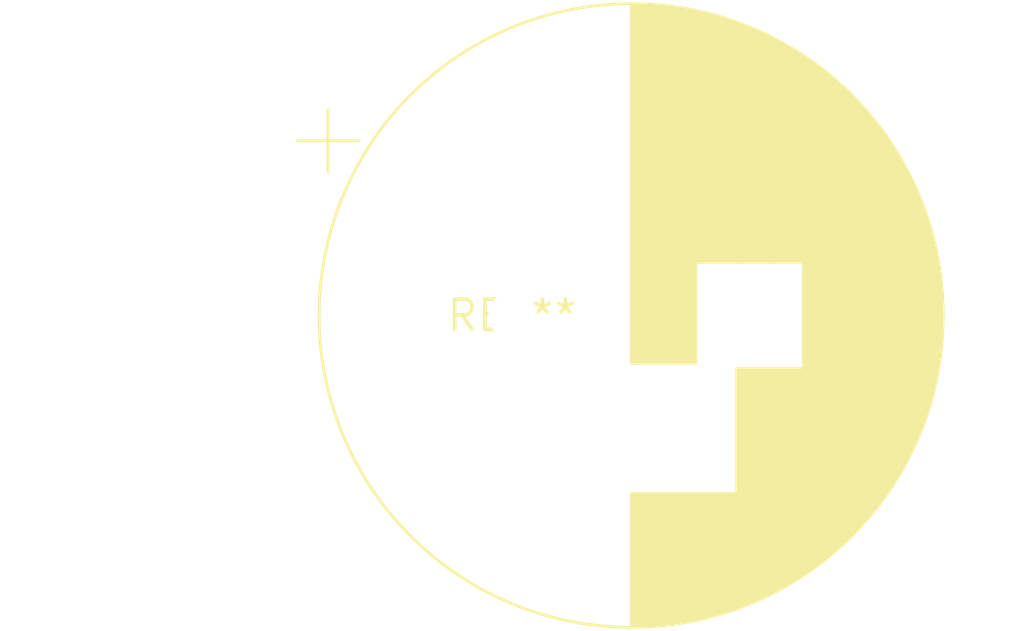
<source format=kicad_pcb>
(kicad_pcb (version 20240108) (generator pcbnew)
  (layers (0 "F.Cu" signal) (31 "B.Cu" signal) (34 "B.Paste" user) (35 "F.Paste" user) (36 "B.SilkS" user "B.Silkscreen") (37 "F.SilkS" user "F.Silkscreen") (38 "B.Mask" user) (39 "F.Mask" user) (44 "Edge.Cuts" user))
  (net 0 "")
  (footprint "CP_Radial_D26.0mm_P10.00mm_3pin_SnapIn" (layer "F.Cu") (at 0 0)
    (property "Reference" "REF**")
    (property "Value" "CP_Radial_D26.0mm_P10.00mm_3pin_SnapIn")
    (fp_line (start -9.039234 -7.355) (end -6.439234 -7.355) (layer "F.SilkS") (stroke (width 0.12)))
    (fp_line (start -7.739234 -8.655) (end -7.739234 -6.055) (layer "F.SilkS") (stroke (width 0.12)))
    (fp_line (start 5 -13.081) (end 5 2.01) (layer "F.SilkS") (stroke (width 0.12)))
    (fp_line (start 5 7.49) (end 5 13.081) (layer "F.SilkS") (stroke (width 0.12)))
    (fp_line (start 5.04 -13.08) (end 5.04 2.01) (layer "F.SilkS") (stroke (width 0.12)))
    (fp_line (start 5.04 7.49) (end 5.04 13.08) (layer "F.SilkS") (stroke (width 0.12)))
    (fp_line (start 5.08 -13.08) (end 5.08 2.01) (layer "F.SilkS") (stroke (width 0.12)))
    (fp_line (start 5.08 7.49) (end 5.08 13.08) (layer "F.SilkS") (stroke (width 0.12)))
    (fp_line (start 5.12 -13.08) (end 5.12 2.01) (layer "F.SilkS") (stroke (width 0.12)))
    (fp_line (start 5.12 7.49) (end 5.12 13.08) (layer "F.SilkS") (stroke (width 0.12)))
    (fp_line (start 5.16 -13.08) (end 5.16 2.01) (layer "F.SilkS") (stroke (width 0.12)))
    (fp_line (start 5.16 7.49) (end 5.16 13.08) (layer "F.SilkS") (stroke (width 0.12)))
    (fp_line (start 5.2 -13.079) (end 5.2 2.01) (layer "F.SilkS") (stroke (width 0.12)))
    (fp_line (start 5.2 7.49) (end 5.2 13.079) (layer "F.SilkS") (stroke (width 0.12)))
    (fp_line (start 5.24 -13.078) (end 5.24 2.01) (layer "F.SilkS") (stroke (width 0.12)))
    (fp_line (start 5.24 7.49) (end 5.24 13.078) (layer "F.SilkS") (stroke (width 0.12)))
    (fp_line (start 5.28 -13.078) (end 5.28 2.01) (layer "F.SilkS") (stroke (width 0.12)))
    (fp_line (start 5.28 7.49) (end 5.28 13.078) (layer "F.SilkS") (stroke (width 0.12)))
    (fp_line (start 5.32 -13.077) (end 5.32 2.01) (layer "F.SilkS") (stroke (width 0.12)))
    (fp_line (start 5.32 7.49) (end 5.32 13.077) (layer "F.SilkS") (stroke (width 0.12)))
    (fp_line (start 5.36 -13.076) (end 5.36 2.01) (layer "F.SilkS") (stroke (width 0.12)))
    (fp_line (start 5.36 7.49) (end 5.36 13.076) (layer "F.SilkS") (stroke (width 0.12)))
    (fp_line (start 5.4 -13.074) (end 5.4 2.01) (layer "F.SilkS") (stroke (width 0.12)))
    (fp_line (start 5.4 7.49) (end 5.4 13.074) (layer "F.SilkS") (stroke (width 0.12)))
    (fp_line (start 5.44 -13.073) (end 5.44 2.01) (layer "F.SilkS") (stroke (width 0.12)))
    (fp_line (start 5.44 7.49) (end 5.44 13.073) (layer "F.SilkS") (stroke (width 0.12)))
    (fp_line (start 5.48 -13.072) (end 5.48 2.01) (layer "F.SilkS") (stroke (width 0.12)))
    (fp_line (start 5.48 7.49) (end 5.48 13.072) (layer "F.SilkS") (stroke (width 0.12)))
    (fp_line (start 5.52 -13.07) (end 5.52 2.01) (layer "F.SilkS") (stroke (width 0.12)))
    (fp_line (start 5.52 7.49) (end 5.52 13.07) (layer "F.SilkS") (stroke (width 0.12)))
    (fp_line (start 5.56 -13.069) (end 5.56 2.01) (layer "F.SilkS") (stroke (width 0.12)))
    (fp_line (start 5.56 7.49) (end 5.56 13.069) (layer "F.SilkS") (stroke (width 0.12)))
    (fp_line (start 5.6 -13.067) (end 5.6 2.01) (layer "F.SilkS") (stroke (width 0.12)))
    (fp_line (start 5.6 7.49) (end 5.6 13.067) (layer "F.SilkS") (stroke (width 0.12)))
    (fp_line (start 5.64 -13.065) (end 5.64 2.01) (layer "F.SilkS") (stroke (width 0.12)))
    (fp_line (start 5.64 7.49) (end 5.64 13.065) (layer "F.SilkS") (stroke (width 0.12)))
    (fp_line (start 5.68 -13.063) (end 5.68 2.01) (layer "F.SilkS") (stroke (width 0.12)))
    (fp_line (start 5.68 7.49) (end 5.68 13.063) (layer "F.SilkS") (stroke (width 0.12)))
    (fp_line (start 5.721 -13.061) (end 5.721 2.01) (layer "F.SilkS") (stroke (width 0.12)))
    (fp_line (start 5.721 7.49) (end 5.721 13.061) (layer "F.SilkS") (stroke (width 0.12)))
    (fp_line (start 5.761 -13.058) (end 5.761 2.01) (layer "F.SilkS") (stroke (width 0.12)))
    (fp_line (start 5.761 7.49) (end 5.761 13.058) (layer "F.SilkS") (stroke (width 0.12)))
    (fp_line (start 5.801 -13.056) (end 5.801 2.01) (layer "F.SilkS") (stroke (width 0.12)))
    (fp_line (start 5.801 7.49) (end 5.801 13.056) (layer "F.SilkS") (stroke (width 0.12)))
    (fp_line (start 5.841 -13.054) (end 5.841 2.01) (layer "F.SilkS") (stroke (width 0.12)))
    (fp_line (start 5.841 7.49) (end 5.841 13.054) (layer "F.SilkS") (stroke (width 0.12)))
    (fp_line (start 5.881 -13.051) (end 5.881 2.01) (layer "F.SilkS") (stroke (width 0.12)))
    (fp_line (start 5.881 7.49) (end 5.881 13.051) (layer "F.SilkS") (stroke (width 0.12)))
    (fp_line (start 5.921 -13.048) (end 5.921 2.01) (layer "F.SilkS") (stroke (width 0.12)))
    (fp_line (start 5.921 7.49) (end 5.921 13.048) (layer "F.SilkS") (stroke (width 0.12)))
    (fp_line (start 5.961 -13.045) (end 5.961 2.01) (layer "F.SilkS") (stroke (width 0.12)))
    (fp_line (start 5.961 7.49) (end 5.961 13.045) (layer "F.SilkS") (stroke (width 0.12)))
    (fp_line (start 6.001 -13.042) (end 6.001 2.01) (layer "F.SilkS") (stroke (width 0.12)))
    (fp_line (start 6.001 7.49) (end 6.001 13.042) (layer "F.SilkS") (stroke (width 0.12)))
    (fp_line (start 6.041 -13.039) (end 6.041 2.01) (layer "F.SilkS") (stroke (width 0.12)))
    (fp_line (start 6.041 7.49) (end 6.041 13.039) (layer "F.SilkS") (stroke (width 0.12)))
    (fp_line (start 6.081 -13.036) (end 6.081 2.01) (layer "F.SilkS") (stroke (width 0.12)))
    (fp_line (start 6.081 7.49) (end 6.081 13.036) (layer "F.SilkS") (stroke (width 0.12)))
    (fp_line (start 6.121 -13.033) (end 6.121 2.01) (layer "F.SilkS") (stroke (width 0.12)))
    (fp_line (start 6.121 7.49) (end 6.121 13.033) (layer "F.SilkS") (stroke (width 0.12)))
    (fp_line (start 6.161 -13.029) (end 6.161 2.01) (layer "F.SilkS") (stroke (width 0.12)))
    (fp_line (start 6.161 7.49) (end 6.161 13.029) (layer "F.SilkS") (stroke (width 0.12)))
    (fp_line (start 6.201 -13.026) (end 6.201 2.01) (layer "F.SilkS") (stroke (width 0.12)))
    (fp_line (start 6.201 7.49) (end 6.201 13.026) (layer "F.SilkS") (stroke (width 0.12)))
    (fp_line (start 6.241 -13.022) (end 6.241 2.01) (layer "F.SilkS") (stroke (width 0.12)))
    (fp_line (start 6.241 7.49) (end 6.241 13.022) (layer "F.SilkS") (stroke (width 0.12)))
    (fp_line (start 6.281 -13.018) (end 6.281 2.01) (layer "F.SilkS") (stroke (width 0.12)))
    (fp_line (start 6.281 7.49) (end 6.281 13.018) (layer "F.SilkS") (stroke (width 0.12)))
    (fp_line (start 6.321 -13.014) (end 6.321 2.01) (layer "F.SilkS") (stroke (width 0.12)))
    (fp_line (start 6.321 7.49) (end 6.321 13.014) (layer "F.SilkS") (stroke (width 0.12)))
    (fp_line (start 6.361 -13.01) (end 6.361 2.01) (layer "F.SilkS") (stroke (width 0.12)))
    (fp_line (start 6.361 7.49) (end 6.361 13.01) (layer "F.SilkS") (stroke (width 0.12)))
    (fp_line (start 6.401 -13.006) (end 6.401 2.01) (layer "F.SilkS") (stroke (width 0.12)))
    (fp_line (start 6.401 7.49) (end 6.401 13.006) (layer "F.SilkS") (stroke (width 0.12)))
    (fp_line (start 6.441 -13.001) (end 6.441 2.01) (layer "F.SilkS") (stroke (width 0.12)))
    (fp_line (start 6.441 7.49) (end 6.441 13.001) (layer "F.SilkS") (stroke (width 0.12)))
    (fp_line (start 6.481 -12.997) (end 6.481 2.01) (layer "F.SilkS") (stroke (width 0.12)))
    (fp_line (start 6.481 7.49) (end 6.481 12.997) (layer "F.SilkS") (stroke (width 0.12)))
    (fp_line (start 6.521 -12.992) (end 6.521 2.01) (layer "F.SilkS") (stroke (width 0.12)))
    (fp_line (start 6.521 7.49) (end 6.521 12.992) (layer "F.SilkS") (stroke (width 0.12)))
    (fp_line (start 6.561 -12.987) (end 6.561 2.01) (layer "F.SilkS") (stroke (width 0.12)))
    (fp_line (start 6.561 7.49) (end 6.561 12.987) (layer "F.SilkS") (stroke (width 0.12)))
    (fp_line (start 6.601 -12.983) (end 6.601 2.01) (layer "F.SilkS") (stroke (width 0.12)))
    (fp_line (start 6.601 7.49) (end 6.601 12.983) (layer "F.SilkS") (stroke (width 0.12)))
    (fp_line (start 6.641 -12.978) (end 6.641 2.01) (layer "F.SilkS") (stroke (width 0.12)))
    (fp_line (start 6.641 7.49) (end 6.641 12.978) (layer "F.SilkS") (stroke (width 0.12)))
    (fp_line (start 6.681 -12.972) (end 6.681 2.01) (layer "F.SilkS") (stroke (width 0.12)))
    (fp_line (start 6.681 7.49) (end 6.681 12.972) (layer "F.SilkS") (stroke (width 0.12)))
    (fp_line (start 6.721 -12.967) (end 6.721 2.01) (layer "F.SilkS") (stroke (width 0.12)))
    (fp_line (start 6.721 7.49) (end 6.721 12.967) (layer "F.SilkS") (stroke (width 0.12)))
    (fp_line (start 6.761 -12.962) (end 6.761 2.01) (layer "F.SilkS") (stroke (width 0.12)))
    (fp_line (start 6.761 7.49) (end 6.761 12.962) (layer "F.SilkS") (stroke (width 0.12)))
    (fp_line (start 6.801 -12.956) (end 6.801 2.01) (layer "F.SilkS") (stroke (width 0.12)))
    (fp_line (start 6.801 7.49) (end 6.801 12.956) (layer "F.SilkS") (stroke (width 0.12)))
    (fp_line (start 6.841 -12.951) (end 6.841 2.01) (layer "F.SilkS") (stroke (width 0.12)))
    (fp_line (start 6.841 7.49) (end 6.841 12.951) (layer "F.SilkS") (stroke (width 0.12)))
    (fp_line (start 6.881 -12.945) (end 6.881 2.01) (layer "F.SilkS") (stroke (width 0.12)))
    (fp_line (start 6.881 7.49) (end 6.881 12.945) (layer "F.SilkS") (stroke (width 0.12)))
    (fp_line (start 6.921 -12.939) (end 6.921 2.01) (layer "F.SilkS") (stroke (width 0.12)))
    (fp_line (start 6.921 7.49) (end 6.921 12.939) (layer "F.SilkS") (stroke (width 0.12)))
    (fp_line (start 6.961 -12.933) (end 6.961 2.01) (layer "F.SilkS") (stroke (width 0.12)))
    (fp_line (start 6.961 7.49) (end 6.961 12.933) (layer "F.SilkS") (stroke (width 0.12)))
    (fp_line (start 7.001 -12.927) (end 7.001 2.01) (layer "F.SilkS") (stroke (width 0.12)))
    (fp_line (start 7.001 7.49) (end 7.001 12.927) (layer "F.SilkS") (stroke (width 0.12)))
    (fp_line (start 7.041 -12.921) (end 7.041 2.01) (layer "F.SilkS") (stroke (width 0.12)))
    (fp_line (start 7.041 7.49) (end 7.041 12.921) (layer "F.SilkS") (stroke (width 0.12)))
    (fp_line (start 7.081 -12.915) (end 7.081 2.01) (layer "F.SilkS") (stroke (width 0.12)))
    (fp_line (start 7.081 7.49) (end 7.081 12.915) (layer "F.SilkS") (stroke (width 0.12)))
    (fp_line (start 7.121 -12.908) (end 7.121 2.01) (layer "F.SilkS") (stroke (width 0.12)))
    (fp_line (start 7.121 7.49) (end 7.121 12.908) (layer "F.SilkS") (stroke (width 0.12)))
    (fp_line (start 7.161 -12.901) (end 7.161 2.01) (layer "F.SilkS") (stroke (width 0.12)))
    (fp_line (start 7.161 7.49) (end 7.161 12.901) (layer "F.SilkS") (stroke (width 0.12)))
    (fp_line (start 7.201 -12.895) (end 7.201 2.01) (layer "F.SilkS") (stroke (width 0.12)))
    (fp_line (start 7.201 7.49) (end 7.201 12.895) (layer "F.SilkS") (stroke (width 0.12)))
    (fp_line (start 7.241 -12.888) (end 7.241 2.01) (layer "F.SilkS") (stroke (width 0.12)))
    (fp_line (start 7.241 7.49) (end 7.241 12.888) (layer "F.SilkS") (stroke (width 0.12)))
    (fp_line (start 7.281 -12.881) (end 7.281 2.01) (layer "F.SilkS") (stroke (width 0.12)))
    (fp_line (start 7.281 7.49) (end 7.281 12.881) (layer "F.SilkS") (stroke (width 0.12)))
    (fp_line (start 7.321 -12.874) (end 7.321 2.01) (layer "F.SilkS") (stroke (width 0.12)))
    (fp_line (start 7.321 7.49) (end 7.321 12.874) (layer "F.SilkS") (stroke (width 0.12)))
    (fp_line (start 7.361 -12.866) (end 7.361 2.01) (layer "F.SilkS") (stroke (width 0.12)))
    (fp_line (start 7.361 7.49) (end 7.361 12.866) (layer "F.SilkS") (stroke (width 0.12)))
    (fp_line (start 7.401 -12.859) (end 7.401 2.01) (layer "F.SilkS") (stroke (width 0.12)))
    (fp_line (start 7.401 7.49) (end 7.401 12.859) (layer "F.SilkS") (stroke (width 0.12)))
    (fp_line (start 7.441 -12.852) (end 7.441 2.01) (layer "F.SilkS") (stroke (width 0.12)))
    (fp_line (start 7.441 7.49) (end 7.441 12.852) (layer "F.SilkS") (stroke (width 0.12)))
    (fp_line (start 7.481 -12.844) (end 7.481 2.01) (layer "F.SilkS") (stroke (width 0.12)))
    (fp_line (start 7.481 7.49) (end 7.481 12.844) (layer "F.SilkS") (stroke (width 0.12)))
    (fp_line (start 7.521 -12.836) (end 7.521 2.01) (layer "F.SilkS") (stroke (width 0.12)))
    (fp_line (start 7.521 7.49) (end 7.521 12.836) (layer "F.SilkS") (stroke (width 0.12)))
    (fp_line (start 7.561 -12.828) (end 7.561 2.01) (layer "F.SilkS") (stroke (width 0.12)))
    (fp_line (start 7.561 7.49) (end 7.561 12.828) (layer "F.SilkS") (stroke (width 0.12)))
    (fp_line (start 7.601 -12.82) (end 7.601 2.01) (layer "F.SilkS") (stroke (width 0.12)))
    (fp_line (start 7.601 7.49) (end 7.601 12.82) (layer "F.SilkS") (stroke (width 0.12)))
    (fp_line (start 7.641 -12.812) (end 7.641 2.01) (layer "F.SilkS") (stroke (width 0.12)))
    (fp_line (start 7.641 7.49) (end 7.641 12.812) (layer "F.SilkS") (stroke (width 0.12)))
    (fp_line (start 7.681 -12.804) (end 7.681 2.01) (layer "F.SilkS") (stroke (width 0.12)))
    (fp_line (start 7.681 7.49) (end 7.681 12.804) (layer "F.SilkS") (stroke (width 0.12)))
    (fp_line (start 7.721 -12.795) (end 7.721 2.01) (layer "F.SilkS") (stroke (width 0.12)))
    (fp_line (start 7.721 7.49) (end 7.721 12.795) (layer "F.SilkS") (stroke (width 0.12)))
    (fp_line (start 7.761 -12.787) (end 7.761 -2.24) (layer "F.SilkS") (stroke (width 0.12)))
    (fp_line (start 7.761 7.49) (end 7.761 12.787) (layer "F.SilkS") (stroke (width 0.12)))
    (fp_line (start 7.801 -12.778) (end 7.801 -2.24) (layer "F.SilkS") (stroke (width 0.12)))
    (fp_line (start 7.801 7.49) (end 7.801 12.778) (layer "F.SilkS") (stroke (width 0.12)))
    (fp_line (start 7.841 -12.769) (end 7.841 -2.24) (layer "F.SilkS") (stroke (width 0.12)))
    (fp_line (start 7.841 7.49) (end 7.841 12.769) (layer "F.SilkS") (stroke (width 0.12)))
    (fp_line (start 7.881 -12.761) (end 7.881 -2.24) (layer "F.SilkS") (stroke (width 0.12)))
    (fp_line (start 7.881 7.49) (end 7.881 12.761) (layer "F.SilkS") (stroke (width 0.12)))
    (fp_line (start 7.921 -12.751) (end 7.921 -2.24) (layer "F.SilkS") (stroke (width 0.12)))
    (fp_line (start 7.921 7.49) (end 7.921 12.751) (layer "F.SilkS") (stroke (width 0.12)))
    (fp_line (start 7.961 -12.742) (end 7.961 -2.24) (layer "F.SilkS") (stroke (width 0.12)))
    (fp_line (start 7.961 7.49) (end 7.961 12.742) (layer "F.SilkS") (stroke (width 0.12)))
    (fp_line (start 8.001 -12.733) (end 8.001 -2.24) (layer "F.SilkS") (stroke (width 0.12)))
    (fp_line (start 8.001 7.49) (end 8.001 12.733) (layer "F.SilkS") (stroke (width 0.12)))
    (fp_line (start 8.041 -12.723) (end 8.041 -2.24) (layer "F.SilkS") (stroke (width 0.12)))
    (fp_line (start 8.041 7.49) (end 8.041 12.723) (layer "F.SilkS") (stroke (width 0.12)))
    (fp_line (start 8.081 -12.714) (end 8.081 -2.24) (layer "F.SilkS") (stroke (width 0.12)))
    (fp_line (start 8.081 7.49) (end 8.081 12.714) (layer "F.SilkS") (stroke (width 0.12)))
    (fp_line (start 8.121 -12.704) (end 8.121 -2.24) (layer "F.SilkS") (stroke (width 0.12)))
    (fp_line (start 8.121 7.49) (end 8.121 12.704) (layer "F.SilkS") (stroke (width 0.12)))
    (fp_line (start 8.161 -12.694) (end 8.161 -2.24) (layer "F.SilkS") (stroke (width 0.12)))
    (fp_line (start 8.161 7.49) (end 8.161 12.694) (layer "F.SilkS") (stroke (width 0.12)))
    (fp_line (start 8.201 -12.684) (end 8.201 -2.24) (layer "F.SilkS") (stroke (width 0.12)))
    (fp_line (start 8.201 7.49) (end 8.201 12.684) (layer "F.SilkS") (stroke (width 0.12)))
    (fp_line (start 8.241 -12.674) (end 8.241 -2.24) (layer "F.SilkS") (stroke (width 0.12)))
    (fp_line (start 8.241 7.49) (end 8.241 12.674) (layer "F.SilkS") (stroke (width 0.12)))
    (fp_line (start 8.281 -12.664) (end 8.281 -2.24) (layer "F.SilkS") (stroke (width 0.12)))
    (fp_line (start 8.281 7.49) (end 8.281 12.664) (layer "F.SilkS") (stroke (width 0.12)))
    (fp_line (start 8.321 -12.653) (end 8.321 -2.24) (layer "F.SilkS") (stroke (width 0.12)))
    (fp_line (start 8.321 7.49) (end 8.321 12.653) (layer "F.SilkS") (stroke (width 0.12)))
    (fp_line (start 8.361 -12.643) (end 8.361 -2.24) (layer "F.SilkS") (stroke (width 0.12)))
    (fp_line (start 8.361 7.49) (end 8.361 12.643) (layer "F.SilkS") (stroke (width 0.12)))
    (fp_line (start 8.401 -12.632) (end 8.401 -2.24) (layer "F.SilkS") (stroke (width 0.12)))
    (fp_line (start 8.401 7.49) (end 8.401 12.632) (layer "F.SilkS") (stroke (width 0.12)))
    (fp_line (start 8.441 -12.621) (end 8.441 -2.24) (layer "F.SilkS") (stroke (width 0.12)))
    (fp_line (start 8.441 7.49) (end 8.441 12.621) (layer "F.SilkS") (stroke (width 0.12)))
    (fp_line (start 8.481 -12.611) (end 8.481 -2.24) (layer "F.SilkS") (stroke (width 0.12)))
    (fp_line (start 8.481 7.49) (end 8.481 12.611) (layer "F.SilkS") (stroke (width 0.12)))
    (fp_line (start 8.521 -12.599) (end 8.521 -2.24) (layer "F.SilkS") (stroke (width 0.12)))
    (fp_line (start 8.521 7.49) (end 8.521 12.599) (layer "F.SilkS") (stroke (width 0.12)))
    (fp_line (start 8.561 -12.588) (end 8.561 -2.24) (layer "F.SilkS") (stroke (width 0.12)))
    (fp_line (start 8.561 7.49) (end 8.561 12.588) (layer "F.SilkS") (stroke (width 0.12)))
    (fp_line (start 8.601 -12.577) (end 8.601 -2.24) (layer "F.SilkS") (stroke (width 0.12)))
    (fp_line (start 8.601 7.49) (end 8.601 12.577) (layer "F.SilkS") (stroke (width 0.12)))
    (fp_line (start 8.641 -12.565) (end 8.641 -2.24) (layer "F.SilkS") (stroke (width 0.12)))
    (fp_line (start 8.641 7.49) (end 8.641 12.565) (layer "F.SilkS") (stroke (width 0.12)))
    (fp_line (start 8.681 -12.554) (end 8.681 -2.24) (layer "F.SilkS") (stroke (width 0.12)))
    (fp_line (start 8.681 7.49) (end 8.681 12.554) (layer "F.SilkS") (stroke (width 0.12)))
    (fp_line (start 8.721 -12.542) (end 8.721 -2.24) (layer "F.SilkS") (stroke (width 0.12)))
    (fp_line (start 8.721 7.49) (end 8.721 12.542) (layer "F.SilkS") (stroke (width 0.12)))
    (fp_line (start 8.761 -12.53) (end 8.761 -2.24) (layer "F.SilkS") (stroke (width 0.12)))
    (fp_line (start 8.761 7.49) (end 8.761 12.53) (layer "F.SilkS") (stroke (width 0.12)))
    (fp_line (start 8.801 -12.518) (end 8.801 -2.24) (layer "F.SilkS") (stroke (width 0.12)))
    (fp_line (start 8.801 7.49) (end 8.801 12.518) (layer "F.SilkS") (stroke (width 0.12)))
    (fp_line (start 8.841 -12.506) (end 8.841 -2.24) (layer "F.SilkS") (stroke (width 0.12)))
    (fp_line (start 8.841 7.49) (end 8.841 12.506) (layer "F.SilkS") (stroke (width 0.12)))
    (fp_line (start 8.881 -12.494) (end 8.881 -2.24) (layer "F.SilkS") (stroke (width 0.12)))
    (fp_line (start 8.881 7.49) (end 8.881 12.494) (layer "F.SilkS") (stroke (width 0.12)))
    (fp_line (start 8.921 -12.481) (end 8.921 -2.24) (layer "F.SilkS") (stroke (width 0.12)))
    (fp_line (start 8.921 7.49) (end 8.921 12.481) (layer "F.SilkS") (stroke (width 0.12)))
    (fp_line (start 8.961 -12.469) (end 8.961 -2.24) (layer "F.SilkS") (stroke (width 0.12)))
    (fp_line (start 8.961 7.49) (end 8.961 12.469) (layer "F.SilkS") (stroke (width 0.12)))
    (fp_line (start 9.001 -12.456) (end 9.001 -2.24) (layer "F.SilkS") (stroke (width 0.12)))
    (fp_line (start 9.001 7.49) (end 9.001 12.456) (layer "F.SilkS") (stroke (width 0.12)))
    (fp_line (start 9.041 -12.443) (end 9.041 -2.24) (layer "F.SilkS") (stroke (width 0.12)))
    (fp_line (start 9.041 7.49) (end 9.041 12.443) (layer "F.SilkS") (stroke (width 0.12)))
    (fp_line (start 9.081 -12.43) (end 9.081 -2.24) (layer "F.SilkS") (stroke (width 0.12)))
    (fp_line (start 9.081 7.49) (end 9.081 12.43) (layer "F.SilkS") (stroke (width 0.12)))
    (fp_line (start 9.121 -12.417) (end 9.121 -2.24) (layer "F.SilkS") (stroke (width 0.12)))
    (fp_line (start 9.121 7.49) (end 9.121 12.417) (layer "F.SilkS") (stroke (width 0.12)))
    (fp_line (start 9.161 -12.404) (end 9.161 -2.24) (layer "F.SilkS") (stroke (width 0.12)))
    (fp_line (start 9.161 7.49) (end 9.161 12.404) (layer "F.SilkS") (stroke (width 0.12)))
    (fp_line (start 9.201 -12.39) (end 9.201 -2.24) (layer "F.SilkS") (stroke (width 0.12)))
    (fp_line (start 9.201 7.49) (end 9.201 12.39) (layer "F.SilkS") (stroke (width 0.12)))
    (fp_line (start 9.241 -12.376) (end 9.241 -2.24) (layer "F.SilkS") (stroke (width 0.12)))
    (fp_line (start 9.241 7.49) (end 9.241 12.376) (layer "F.SilkS") (stroke (width 0.12)))
    (fp_line (start 9.281 -12.363) (end 9.281 -2.24) (layer "F.SilkS") (stroke (width 0.12)))
    (fp_line (start 9.281 7.49) (end 9.281 12.363) (layer "F.SilkS") (stroke (width 0.12)))
    (fp_line (start 9.321 -12.349) (end 9.321 -2.24) (layer "F.SilkS") (stroke (width 0.12)))
    (fp_line (start 9.321 7.49) (end 9.321 12.349) (layer "F.SilkS") (stroke (width 0.12)))
    (fp_line (start 9.361 -12.335) (end 9.361 -2.24) (layer "F.SilkS") (stroke (width 0.12)))
    (fp_line (start 9.361 7.49) (end 9.361 12.335) (layer "F.SilkS") (stroke (width 0.12)))
    (fp_line (start 9.401 -12.321) (end 9.401 -2.24) (layer "F.SilkS") (stroke (width 0.12)))
    (fp_line (start 9.401 7.49) (end 9.401 12.321) (layer "F.SilkS") (stroke (width 0.12)))
    (fp_line (start 9.441 -12.306) (end 9.441 -2.24) (layer "F.SilkS") (stroke (width 0.12)))
    (fp_line (start 9.441 2.24) (end 9.441 12.306) (layer "F.SilkS") (stroke (width 0.12)))
    (fp_line (start 9.481 -12.292) (end 9.481 -2.24) (layer "F.SilkS") (stroke (width 0.12)))
    (fp_line (start 9.481 2.24) (end 9.481 12.292) (layer "F.SilkS") (stroke (width 0.12)))
    (fp_line (start 9.521 -12.277) (end 9.521 -2.24) (layer "F.SilkS") (stroke (width 0.12)))
    (fp_line (start 9.521 2.24) (end 9.521 12.277) (layer "F.SilkS") (stroke (width 0.12)))
    (fp_line (start 9.561 -12.263) (end 9.561 -2.24) (layer "F.SilkS") (stroke (width 0.12)))
    (fp_line (start 9.561 2.24) (end 9.561 12.263) (layer "F.SilkS") (stroke (width 0.12)))
    (fp_line (start 9.601 -12.248) (end 9.601 -2.24) (layer "F.SilkS") (stroke (width 0.12)))
    (fp_line (start 9.601 2.24) (end 9.601 12.248) (layer "F.SilkS") (stroke (width 0.12)))
    (fp_line (start 9.641 -12.233) (end 9.641 -2.24) (layer "F.SilkS") (stroke (width 0.12)))
    (fp_line (start 9.641 2.24) (end 9.641 12.233) (layer "F.SilkS") (stroke (width 0.12)))
    (fp_line (start 9.681 -12.217) (end 9.681 -2.24) (layer "F.SilkS") (stroke (width 0.12)))
    (fp_line (start 9.681 2.24) (end 9.681 12.217) (layer "F.SilkS") (stroke (width 0.12)))
    (fp_line (start 9.721 -12.202) (end 9.721 -2.24) (layer "F.SilkS") (stroke (width 0.12)))
    (fp_line (start 9.721 2.24) (end 9.721 12.202) (layer "F.SilkS") (stroke (width 0.12)))
    (fp_line (start 9.761 -12.187) (end 9.761 -2.24) (layer "F.SilkS") (stroke (width 0.12)))
    (fp_line (start 9.761 2.24) (end 9.761 12.187) (layer "F.SilkS") (stroke (width 0.12)))
    (fp_line (start 9.801 -12.171) (end 9.801 -2.24) (layer "F.SilkS") (stroke (width 0.12)))
    (fp_line (start 9.801 2.24) (end 9.801 12.171) (layer "F.SilkS") (stroke (width 0.12)))
    (fp_line (start 9.841 -12.155) (end 9.841 -2.24) (layer "F.SilkS") (stroke (width 0.12)))
    (fp_line (start 9.841 2.24) (end 9.841 12.155) (layer "F.SilkS") (stroke (width 0.12)))
    (fp_line (start 9.881 -12.139) (end 9.881 -2.24) (layer "F.SilkS") (stroke (width 0.12)))
    (fp_line (start 9.881 2.24) (end 9.881 12.139) (layer "F.SilkS") (stroke (width 0.12)))
    (fp_line (start 9.921 -12.123) (end 9.921 -2.24) (layer "F.SilkS") (stroke (width 0.12)))
    (fp_line (start 9.921 2.24) (end 9.921 12.123) (layer "F.SilkS") (stroke (width 0.12)))
    (fp_line (start 9.961 -12.107) (end 9.961 -2.24) (layer "F.SilkS") (stroke (width 0.12)))
    (fp_line (start 9.961 2.24) (end 9.961 12.107) (layer "F.SilkS") (stroke (width 0.12)))
    (fp_line (start 10.001 -12.09) (end 10.001 -2.24) (layer "F.SilkS") (stroke (width 0.12)))
    (fp_line (start 10.001 2.24) (end 10.001 12.09) (layer "F.SilkS") (stroke (width 0.12)))
    (fp_line (start 10.041 -12.074) (end 10.041 -2.24) (layer "F.SilkS") (stroke (width 0.12)))
    (fp_line (start 10.041 2.24) (end 10.041 12.074) (layer "F.SilkS") (stroke (width 0.12)))
    (fp_line (start 10.081 -12.057) (end 10.081 -2.24) (layer "F.SilkS") (stroke (width 0.12)))
    (fp_line (start 10.081 2.24) (end 10.081 12.057) (layer "F.SilkS") (stroke (width 0.12)))
    (fp_line (start 10.121 -12.04) (end 10.121 -2.24) (layer "F.SilkS") (stroke (width 0.12)))
    (fp_line (start 10.121 2.24) (end 10.121 12.04) (layer "F.SilkS") (stroke (width 0.12)))
    (fp_line (start 10.161 -12.023) (end 10.161 -2.24) (layer "F.SilkS") (stroke (width 0.12)))
    (fp_line (start 10.161 2.24) (end 10.161 12.023) (layer "F.SilkS") (stroke (width 0.12)))
    (fp_line (start 10.201 -12.006) (end 10.201 -2.24) (layer "F.SilkS") (stroke (width 0.12)))
    (fp_line (start 10.201 2.24) (end 10.201 12.006) (layer "F.SilkS") (stroke (width 0.12)))
    (fp_line (start 10.241 -11.989) (end 10.241 -2.24) (layer "F.SilkS") (stroke (width 0.12)))
    (fp_line (start 10.241 2.24) (end 10.241 11.989) (layer "F.SilkS") (stroke (width 0.12)))
    (fp_line (start 10.281 -11.971) (end 10.281 -2.24) (layer "F.SilkS") (stroke (width 0.12)))
    (fp_line (start 10.281 2.24) (end 10.281 11.971) (layer "F.SilkS") (stroke (width 0.12)))
    (fp_line (start 10.321 -11.953) (end 10.321 -2.24) (layer "F.SilkS") (stroke (width 0.12)))
    (fp_line (start 10.321 2.24) (end 10.321 11.953) (layer "F.SilkS") (stroke (width 0.12)))
    (fp_line (start 10.361 -11.936) (end 10.361 -2.24) (layer "F.SilkS") (stroke (width 0.12)))
    (fp_line (start 10.361 2.24) (end 10.361 11.936) (layer "F.SilkS") (stroke (width 0.12)))
    (fp_line (start 10.401 -11.918) (end 10.401 -2.24) (layer "F.SilkS") (stroke (width 0.12)))
    (fp_line (start 10.401 2.24) (end 10.401 11.918) (layer "F.SilkS") (stroke (width 0.12)))
    (fp_line (start 10.441 -11.9) (end 10.441 -2.24) (layer "F.SilkS") (stroke (width 0.12)))
    (fp_line (start 10.441 2.24) (end 10.441 11.9) (layer "F.SilkS") (stroke (width 0.12)))
    (fp_line (start 10.481 -11.881) (end 10.481 -2.24) (layer "F.SilkS") (stroke (width 0.12)))
    (fp_line (start 10.481 2.24) (end 10.481 11.881) (layer "F.SilkS") (stroke (width 0.12)))
    (fp_line (start 10.521 -11.863) (end 10.521 -2.24) (layer "F.SilkS") (stroke (width 0.12)))
    (fp_line (start 10.521 2.24) (end 10.521 11.863) (layer "F.SilkS") (stroke (width 0.12)))
    (fp_line (start 10.561 -11.844) (end 10.561 -2.24) (layer "F.SilkS") (stroke (width 0.12)))
    (fp_line (start 10.561 2.24) (end 10.561 11.844) (layer "F.SilkS") (stroke (width 0.12)))
    (fp_line (start 10.601 -11.825) (end 10.601 -2.24) (layer "F.SilkS") (stroke (width 0.12)))
    (fp_line (start 10.601 2.24) (end 10.601 11.825) (layer "F.SilkS") (stroke (width 0.12)))
    (fp_line (start 10.641 -11.806) (end 10.641 -2.24) (layer "F.SilkS") (stroke (width 0.12)))
    (fp_line (start 10.641 2.24) (end 10.641 11.806) (layer "F.SilkS") (stroke (width 0.12)))
    (fp_line (start 10.681 -11.787) (end 10.681 -2.24) (layer "F.SilkS") (stroke (width 0.12)))
    (fp_line (start 10.681 2.24) (end 10.681 11.787) (layer "F.SilkS") (stroke (width 0.12)))
    (fp_line (start 10.721 -11.768) (end 10.721 -2.24) (layer "F.SilkS") (stroke (width 0.12)))
    (fp_line (start 10.721 2.24) (end 10.721 11.768) (layer "F.SilkS") (stroke (width 0.12)))
    (fp_line (start 10.761 -11.748) (end 10.761 -2.24) (layer "F.SilkS") (stroke (width 0.12)))
    (fp_line (start 10.761 2.24) (end 10.761 11.748) (layer "F.SilkS") (stroke (width 0.12)))
    (fp_line (start 10.801 -11.729) (end 10.801 -2.24) (layer "F.SilkS") (stroke (width 0.12)))
    (fp_line (start 10.801 2.24) (end 10.801 11.729) (layer "F.SilkS") (stroke (width 0.12)))
    (fp_line (start 10.841 -11.709) (end 10.841 -2.24) (layer "F.SilkS") (stroke (width 0.12)))
    (fp_line (start 10.841 2.24) (end 10.841 11.709) (layer "F.SilkS") (stroke (width 0.12)))
    (fp_line (start 10.881 -11.689) (end 10.881 -2.24) (layer "F.SilkS") (stroke (width 0.12)))
    (fp_line (start 10.881 2.24) (end 10.881 11.689) (layer "F.SilkS") (stroke (width 0.12)))
    (fp_line (start 10.921 -11.669) (end 10.921 -2.24) (layer "F.SilkS") (stroke (width 0.12)))
    (fp_line (start 10.921 2.24) (end 10.921 11.669) (layer "F.SilkS") (stroke (width 0.12)))
    (fp_line (start 10.961 -11.649) (end 10.961 -2.24) (layer "F.SilkS") (stroke (width 0.12)))
    (fp_line (start 10.961 2.24) (end 10.961 11.649) (layer "F.SilkS") (stroke (width 0.12)))
    (fp_line (start 11.001 -11.628) (end 11.001 -2.24) (layer "F.SilkS") (stroke (width 0.12)))
    (fp_line (start 11.001 2.24) (end 11.001 11.628) (layer "F.SilkS") (stroke (width 0.12)))
    (fp_line (start 11.041 -11.608) (end 11.041 -2.24) (layer "F.SilkS") (stroke (width 0.12)))
    (fp_line (start 11.041 2.24) (end 11.041 11.608) (layer "F.SilkS") (stroke (width 0.12)))
    (fp_line (start 11.081 -11.587) (end 11.081 -2.24) (layer "F.SilkS") (stroke (width 0.12)))
    (fp_line (start 11.081 2.24) (end 11.081 11.587) (layer "F.SilkS") (stroke (width 0.12)))
    (fp_line (start 11.121 -11.566) (end 11.121 -2.24) (layer "F.SilkS") (stroke (width 0.12)))
    (fp_line (start 11.121 2.24) (end 11.121 11.566) (layer "F.SilkS") (stroke (width 0.12)))
    (fp_line (start 11.161 -11.544) (end 11.161 -2.24) (layer "F.SilkS") (stroke (width 0.12)))
    (fp_line (start 11.161 2.24) (end 11.161 11.544) (layer "F.SilkS") (stroke (width 0.12)))
    (fp_line (start 11.201 -11.523) (end 11.201 -2.24) (layer "F.SilkS") (stroke (width 0.12)))
    (fp_line (start 11.201 2.24) (end 11.201 11.523) (layer "F.SilkS") (stroke (width 0.12)))
    (fp_line (start 11.241 -11.502) (end 11.241 -2.24) (layer "F.SilkS") (stroke (width 0.12)))
    (fp_line (start 11.241 2.24) (end 11.241 11.502) (layer "F.SilkS") (stroke (width 0.12)))
    (fp_line (start 11.281 -11.48) (end 11.281 -2.24) (layer "F.SilkS") (stroke (width 0.12)))
    (fp_line (start 11.281 2.24) (end 11.281 11.48) (layer "F.SilkS") (stroke (width 0.12)))
    (fp_line (start 11.321 -11.458) (end 11.321 -2.24) (layer "F.SilkS") (stroke (width 0.12)))
    (fp_line (start 11.321 2.24) (end 11.321 11.458) (layer "F.SilkS") (stroke (width 0.12)))
    (fp_line (start 11.361 -11.436) (end 11.361 -2.24) (layer "F.SilkS") (stroke (width 0.12)))
    (fp_line (start 11.361 2.24) (end 11.361 11.436) (layer "F.SilkS") (stroke (width 0.12)))
    (fp_line (start 11.401 -11.414) (end 11.401 -2.24) (layer "F.SilkS") (stroke (width 0.12)))
    (fp_line (start 11.401 2.24) (end 11.401 11.414) (layer "F.SilkS") (stroke (width 0.12)))
    (fp_line (start 11.441 -11.391) (end 11.441 -2.24) (layer "F.SilkS") (stroke (width 0.12)))
    (fp_line (start 11.441 2.24) (end 11.441 11.391) (layer "F.SilkS") (stroke (width 0.12)))
    (fp_line (start 11.481 -11.369) (end 11.481 -2.24) (layer "F.SilkS") (stroke (width 0.12)))
    (fp_line (start 11.481 2.24) (end 11.481 11.369) (layer "F.SilkS") (stroke (width 0.12)))
    (fp_line (start 11.521 -11.346) (end 11.521 -2.24) (layer "F.SilkS") (stroke (width 0.12)))
    (fp_line (start 11.521 2.24) (end 11.521 11.346) (layer "F.SilkS") (stroke (width 0.12)))
    (fp_line (start 11.561 -11.323) (end 11.561 -2.24) (layer "F.SilkS") (stroke (width 0.12)))
    (fp_line (start 11.561 2.24) (end 11.561 11.323) (layer "F.SilkS") (stroke (width 0.12)))
    (fp_line (start 11.601 -11.3) (end 11.601 -2.24) (layer "F.SilkS") (stroke (width 0.12)))
    (fp_line (start 11.601 2.24) (end 11.601 11.3) (layer "F.SilkS") (stroke (width 0.12)))
    (fp_line (start 11.641 -11.276) (end 11.641 -2.24) (layer "F.SilkS") (stroke (width 0.12)))
    (fp_line (start 11.641 2.24) (end 11.641 11.276) (layer "F.SilkS") (stroke (width 0.12)))
    (fp_line (start 11.681 -11.253) (end 11.681 -2.24) (layer "F.SilkS") (stroke (width 0.12)))
    (fp_line (start 11.681 2.24) (end 11.681 11.253) (layer "F.SilkS") (stroke (width 0.12)))
    (fp_line (start 11.721 -11.229) (end 11.721 -2.24) (layer "F.SilkS") (stroke (width 0.12)))
    (fp_line (start 11.721 2.24) (end 11.721 11.229) (layer "F.SilkS") (stroke (width 0.12)))
    (fp_line (start 11.761 -11.205) (end 11.761 -2.24) (layer "F.SilkS") (stroke (width 0.12)))
    (fp_line (start 11.761 2.24) (end 11.761 11.205) (layer "F.SilkS") (stroke (width 0.12)))
    (fp_line (start 11.801 -11.181) (end 11.801 -2.24) (layer "F.SilkS") (stroke (width 0.12)))
    (fp_line (start 11.801 2.24) (end 11.801 11.181) (layer "F.SilkS") (stroke (width 0.12)))
    (fp_line (start 11.841 -11.156) (end 11.841 -2.24) (layer "F.SilkS") (stroke (width 0.12)))
    (fp_line (start 11.841 2.24) (end 11.841 11.156) (layer "F.SilkS") (stroke (width 0.12)))
    (fp_line (start 11.881 -11.132) (end 11.881 -2.24) (layer "F.SilkS") (stroke (width 0.12)))
    (fp_line (start 11.881 2.24) (end 11.881 11.132) (layer "F.SilkS") (stroke (width 0.12)))
    (fp_line (start 11.921 -11.107) (end 11.921 -2.24) (layer "F.SilkS") (stroke (width 0.12)))
    (fp_line (start 11.921 2.24) (end 11.921 11.107) (layer "F.SilkS") (stroke (width 0.12)))
    (fp_line (start 11.961 -11.082) (end 11.961 -2.24) (layer "F.SilkS") (stroke (width 0.12)))
    (fp_line (start 11.961 2.24) (end 11.961 11.082) (layer "F.SilkS") (stroke (width 0.12)))
    (fp_line (start 12.001 -11.057) (end 12.001 -2.24) (layer "F.SilkS") (stroke (width 0.12)))
    (fp_line (start 12.001 2.24) (end 12.001 11.057) (layer "F.SilkS") (stroke (width 0.12)))
    (fp_line (start 12.041 -11.032) (end 12.041 -2.24) (layer "F.SilkS") (stroke (width 0.12)))
    (fp_line (start 12.041 2.24) (end 12.041 11.032) (layer "F.SilkS") (stroke (width 0.12)))
    (fp_line (start 12.081 -11.006) (end 12.081 -2.24) (layer "F.SilkS") (stroke (width 0.12)))
    (fp_line (start 12.081 2.24) (end 12.081 11.006) (layer "F.SilkS") (stroke (width 0.12)))
    (fp_line (start 12.121 -10.98) (end 12.121 -2.24) (layer "F.SilkS") (stroke (width 0.12)))
    (fp_line (start 12.121 2.24) (end 12.121 10.98) (layer "F.SilkS") (stroke (width 0.12)))
    (fp_line (start 12.161 -10.955) (end 12.161 -2.24) (layer "F.SilkS") (stroke (width 0.12)))
    (fp_line (start 12.161 2.24) (end 12.161 10.955) (layer "F.SilkS") (stroke (width 0.12)))
    (fp_line (start 12.201 -10.928) (end 12.201 -2.24) (layer "F.SilkS") (stroke (width 0.12)))
    (fp_line (start 12.201 2.24) (end 12.201 10.928) (layer "F.SilkS") (stroke (width 0.12)))
    (fp_line (start 12.241 -10.902) (end 12.241 10.902) (layer "F.SilkS") (stroke (width 0.12)))
    (fp_line (start 12.281 -10.875) (end 12.281 10.875) (layer "F.SilkS") (stroke (width 0.12)))
    (fp_line (start 12.321 -10.849) (end 12.321 10.849) (layer "F.SilkS") (stroke (width 0.12)))
    (fp_line (start 12.361 -10.822) (end 12.361 10.822) (layer "F.SilkS") (stroke (width 0.12)))
    (fp_line (start 12.401 -10.794) (end 12.401 10.794) (layer "F.SilkS") (stroke (width 0.12)))
    (fp_line (start 12.441 -10.767) (end 12.441 10.767) (layer "F.SilkS") (stroke (width 0.12)))
    (fp_line (start 12.481 -10.739) (end 12.481 10.739) (layer "F.SilkS") (stroke (width 0.12)))
    (fp_line (start 12.521 -10.711) (end 12.521 10.711) (layer "F.SilkS") (stroke (width 0.12)))
    (fp_line (start 12.561 -10.683) (end 12.561 10.683) (layer "F.SilkS") (stroke (width 0.12)))
    (fp_line (start 12.601 -10.655) (end 12.601 10.655) (layer "F.SilkS") (stroke (width 0.12)))
    (fp_line (start 12.641 -10.627) (end 12.641 10.627) (layer "F.SilkS") (stroke (width 0.12)))
    (fp_line (start 12.681 -10.598) (end 12.681 10.598) (layer "F.SilkS") (stroke (width 0.12)))
    (fp_line (start 12.721 -10.569) (end 12.721 10.569) (layer "F.SilkS") (stroke (width 0.12)))
    (fp_line (start 12.761 -10.54) (end 12.761 10.54) (layer "F.SilkS") (stroke (width 0.12)))
    (fp_line (start 12.801 -10.51) (end 12.801 10.51) (layer "F.SilkS") (stroke (width 0.12)))
    (fp_line (start 12.841 -10.48) (end 12.841 10.48) (layer "F.SilkS") (stroke (width 0.12)))
    (fp_line (start 12.881 -10.45) (end 12.881 10.45) (layer "F.SilkS") (stroke (width 0.12)))
    (fp_line (start 12.921 -10.42) (end 12.921 10.42) (layer "F.SilkS") (stroke (width 0.12)))
    (fp_line (start 12.961 -10.39) (end 12.961 10.39) (layer "F.SilkS") (stroke (width 0.12)))
    (fp_line (start 13.001 -10.359) (end 13.001 10.359) (layer "F.SilkS") (stroke (width 0.12)))
    (fp_line (start 13.041 -10.328) (end 13.041 10.328) (layer "F.SilkS") (stroke (width 0.12)))
    (fp_line (start 13.081 -10.297) (end 13.081 10.297) (layer "F.SilkS") (stroke (width 0.12)))
    (fp_line (start 13.121 -10.266) (end 13.121 10.266) (layer "F.SilkS") (stroke (width 0.12)))
    (fp_line (start 13.161 -10.234) (end 13.161 10.234) (layer "F.SilkS") (stroke (width 0.12)))
    (fp_line (start 13.2 -10.202) (end 13.2 10.202) (layer "F.SilkS") (stroke (width 0.12)))
    (fp_line (start 13.24 -10.17) (end 13.24 10.17) (layer "F.SilkS") (stroke (width 0.12)))
    (fp_line (start 13.28 -10.138) (end 13.28 10.138) (layer "F.SilkS") (stroke (width 0.12)))
    (fp_line (start 13.32 -10.105) (end 13.32 10.105) (layer "F.SilkS") (stroke (width 0.12)))
    (fp_line (start 13.36 -10.072) (end 13.36 10.072) (layer "F.SilkS") (stroke (width 0.12)))
    (fp_line (start 13.4 -10.039) (end 13.4 10.039) (layer "F.SilkS") (stroke (width 0.12)))
    (fp_line (start 13.44 -10.005) (end 13.44 10.005) (layer "F.SilkS") (stroke (width 0.12)))
    (fp_line (start 13.48 -9.972) (end 13.48 9.972) (layer "F.SilkS") (stroke (width 0.12)))
    (fp_line (start 13.52 -9.938) (end 13.52 9.938) (layer "F.SilkS") (stroke (width 0.12)))
    (fp_line (start 13.56 -9.903) (end 13.56 9.903) (layer "F.SilkS") (stroke (width 0.12)))
    (fp_line (start 13.6 -9.869) (end 13.6 9.869) (layer "F.SilkS") (stroke (width 0.12)))
    (fp_line (start 13.64 -9.834) (end 13.64 9.834) (layer "F.SilkS") (stroke (width 0.12)))
    (fp_line (start 13.68 -9.799) (end 13.68 9.799) (layer "F.SilkS") (stroke (width 0.12)))
    (fp_line (start 13.72 -9.763) (end 13.72 9.763) (layer "F.SilkS") (stroke (width 0.12)))
    (fp_line (start 13.76 -9.728) (end 13.76 9.728) (layer "F.SilkS") (stroke (width 0.12)))
    (fp_line (start 13.8 -9.692) (end 13.8 9.692) (layer "F.SilkS") (stroke (width 0.12)))
    (fp_line (start 13.84 -9.655) (end 13.84 9.655) (layer "F.SilkS") (stroke (width 0.12)))
    (fp_line (start 13.88 -9.619) (end 13.88 9.619) (layer "F.SilkS") (stroke (width 0.12)))
    (fp_line (start 13.92 -9.582) (end 13.92 9.582) (layer "F.SilkS") (stroke (width 0.12)))
    (fp_line (start 13.96 -9.544) (end 13.96 9.544) (layer "F.SilkS") (stroke (width 0.12)))
    (fp_line (start 14 -9.507) (end 14 9.507) (layer "F.SilkS") (stroke (width 0.12)))
    (fp_line (start 14.04 -9.469) (end 14.04 9.469) (layer "F.SilkS") (stroke (width 0.12)))
    (fp_line (start 14.08 -9.431) (end 14.08 9.431) (layer "F.SilkS") (stroke (width 0.12)))
    (fp_line (start 14.12 -9.392) (end 14.12 9.392) (layer "F.SilkS") (stroke (width 0.12)))
    (fp_line (start 14.16 -9.354) (end 14.16 9.354) (layer "F.SilkS") (stroke (width 0.12)))
    (fp_line (start 14.2 -9.314) (end 14.2 9.314) (layer "F.SilkS") (stroke (width 0.12)))
    (fp_line (start 14.24 -9.275) (end 14.24 9.275) (layer "F.SilkS") (stroke (width 0.12)))
    (fp_line (start 14.28 -9.235) (end 14.28 9.235) (layer "F.SilkS") (stroke (width 0.12)))
    (fp_line (start 14.32 -9.195) (end 14.32 9.195) (layer "F.SilkS") (stroke (width 0.12)))
    (fp_line (start 14.36 -9.154) (end 14.36 9.154) (layer "F.SilkS") (stroke (width 0.12)))
    (fp_line (start 14.4 -9.113) (end 14.4 9.113) (layer "F.SilkS") (stroke (width 0.12)))
    (fp_line (start 14.44 -9.072) (end 14.44 9.072) (layer "F.SilkS") (stroke (width 0.12)))
    (fp_line (start 14.48 -9.03) (end 14.48 9.03) (layer "F.SilkS") (stroke (width 0.12)))
    (fp_line (start 14.52 -8.988) (end 14.52 8.988) (layer "F.SilkS") (stroke (width 0.12)))
    (fp_line (start 14.56 -8.946) (end 14.56 8.946) (layer "F.SilkS") (stroke (width 0.12)))
    (fp_line (start 14.6 -8.903) (end 14.6 8.903) (layer "F.SilkS") (stroke (width 0.12)))
    (fp_line (start 14.64 -8.86) (end 14.64 8.86) (layer "F.SilkS") (stroke (width 0.12)))
    (fp_line (start 14.68 -8.817) (end 14.68 8.817) (layer "F.SilkS") (stroke (width 0.12)))
    (fp_line (start 14.72 -8.773) (end 14.72 8.773) (layer "F.SilkS") (stroke (width 0.12)))
    (fp_line (start 14.76 -8.728) (end 14.76 8.728) (layer "F.SilkS") (stroke (width 0.12)))
    (fp_line (start 14.8 -8.684) (end 14.8 8.684) (layer "F.SilkS") (stroke (width 0.12)))
    (fp_line (start 14.84 -8.639) (end 14.84 8.639) (layer "F.SilkS") (stroke (width 0.12)))
    (fp_line (start 14.88 -8.593) (end 14.88 8.593) (layer "F.SilkS") (stroke (width 0.12)))
    (fp_line (start 14.92 -8.547) (end 14.92 8.547) (layer "F.SilkS") (stroke (width 0.12)))
    (fp_line (start 14.96 -8.501) (end 14.96 8.501) (layer "F.SilkS") (stroke (width 0.12)))
    (fp_line (start 15 -8.454) (end 15 8.454) (layer "F.SilkS") (stroke (width 0.12)))
    (fp_line (start 15.04 -8.406) (end 15.04 8.406) (layer "F.SilkS") (stroke (width 0.12)))
    (fp_line (start 15.08 -8.359) (end 15.08 8.359) (layer "F.SilkS") (stroke (width 0.12)))
    (fp_line (start 15.12 -8.31) (end 15.12 8.31) (layer "F.SilkS") (stroke (width 0.12)))
    (fp_line (start 15.16 -8.262) (end 15.16 8.262) (layer "F.SilkS") (stroke (width 0.12)))
    (fp_line (start 15.2 -8.212) (end 15.2 8.212) (layer "F.SilkS") (stroke (width 0.12)))
    (fp_line (start 15.24 -8.163) (end 15.24 8.163) (layer "F.SilkS") (stroke (width 0.12)))
    (fp_line (start 15.28 -8.113) (end 15.28 8.113) (layer "F.SilkS") (stroke (width 0.12)))
    (fp_line (start 15.32 -8.062) (end 15.32 8.062) (layer "F.SilkS") (stroke (width 0.12)))
    (fp_line (start 15.36 -8.011) (end 15.36 8.011) (layer "F.SilkS") (stroke (width 0.12)))
    (fp_line (start 15.4 -7.959) (end 15.4 7.959) (layer "F.SilkS") (stroke (width 0.12)))
    (fp_line (start 15.44 -7.907) (end 15.44 7.907) (layer "F.SilkS") (stroke (width 0.12)))
    (fp_line (start 15.48 -7.854) (end 15.48 7.854) (layer "F.SilkS") (stroke (width 0.12)))
    (fp_line (start 15.52 -7.8) (end 15.52 7.8) (layer "F.SilkS") (stroke (width 0.12)))
    (fp_line (start 15.56 -7.746) (end 15.56 7.746) (layer "F.SilkS") (stroke (width 0.12)))
    (fp_line (start 15.6 -7.692) (end 15.6 7.692) (layer "F.SilkS") (stroke (width 0.12)))
    (fp_line (start 15.64 -7.637) (end 15.64 7.637) (layer "F.SilkS") (stroke (width 0.12)))
    (fp_line (start 15.68 -7.581) (end 15.68 7.581) (layer "F.SilkS") (stroke (width 0.12)))
    (fp_line (start 15.72 -7.525) (end 15.72 7.525) (layer "F.SilkS") (stroke (width 0.12)))
    (fp_line (start 15.76 -7.468) (end 15.76 7.468) (layer "F.SilkS") (stroke (width 0.12)))
    (fp_line (start 15.8 -7.41) (end 15.8 7.41) (layer "F.SilkS") (stroke (width 0.12)))
    (fp_line (start 15.84 -7.352) (end 15.84 7.352) (layer "F.SilkS") (stroke (width 0.12)))
    (fp_line (start 15.88 -7.293) (end 15.88 7.293) (layer "F.SilkS") (stroke (width 0.12)))
    (fp_line (start 15.92 -7.233) (end 15.92 7.233) (layer "F.SilkS") (stroke (width 0.12)))
    (fp_line (start 15.96 -7.172) (end 15.96 7.172) (layer "F.SilkS") (stroke (width 0.12)))
    (fp_line (start 16 -7.111) (end 16 7.111) (layer "F.SilkS") (stroke (width 0.12)))
    (fp_line (start 16.04 -7.049) (end 16.04 7.049) (layer "F.SilkS") (stroke (width 0.12)))
    (fp_line (start 16.08 -6.987) (end 16.08 6.987) (layer "F.SilkS") (stroke (width 0.12)))
    (fp_line (start 16.12 -6.923) (end 16.12 6.923) (layer "F.SilkS") (stroke (width 0.12)))
    (fp_line (start 16.16 -6.859) (end 16.16 6.859) (layer "F.SilkS") (stroke (width 0.12)))
    (fp_line (start 16.2 -6.794) (end 16.2 6.794) (layer "F.SilkS") (stroke (width 0.12)))
    (fp_line (start 16.24 -6.728) (end 16.24 6.728) (layer "F.SilkS") (stroke (width 0.12)))
    (fp_line (start 16.28 -6.661) (end 16.28 6.661) (layer "F.SilkS") (stroke (width 0.12)))
    (fp_line (start 16.32 -6.593) (end 16.32 6.593) (layer "F.SilkS") (stroke (width 0.12)))
    (fp_line (start 16.36 -6.524) (end 16.36 6.524) (layer "F.SilkS") (stroke (width 0.12)))
    (fp_line (start 16.4 -6.455) (end 16.4 6.455) (layer "F.SilkS") (stroke (width 0.12)))
    (fp_line (start 16.44 -6.384) (end 16.44 6.384) (layer "F.SilkS") (stroke (width 0.12)))
    (fp_line (start 16.48 -6.312) (end 16.48 6.312) (layer "F.SilkS") (stroke (width 0.12)))
    (fp_line (start 16.52 -6.239) (end 16.52 6.239) (layer "F.SilkS") (stroke (width 0.12)))
    (fp_line (start 16.56 -6.165) (end 16.56 6.165) (layer "F.SilkS") (stroke (width 0.12)))
    (fp_line (start 16.6 -6.09) (end 16.6 6.09) (layer "F.SilkS") (stroke (width 0.12)))
    (fp_line (start 16.64 -6.014) (end 16.64 6.014) (layer "F.SilkS") (stroke (width 0.12)))
    (fp_line (start 16.68 -5.936) (end 16.68 5.936) (layer "F.SilkS") (stroke (width 0.12)))
    (fp_line (start 16.72 -5.858) (end 16.72 5.858) (layer "F.SilkS") (stroke (width 0.12)))
    (fp_line (start 16.76 -5.777) (end 16.76 5.777) (layer "F.SilkS") (stroke (width 0.12)))
    (fp_line (start 16.8 -5.696) (end 16.8 5.696) (layer "F.SilkS") (stroke (width 0.12)))
    (fp_line (start 16.84 -5.613) (end 16.84 5.613) (layer "F.SilkS") (stroke (width 0.12)))
    (fp_line (start 16.88 -5.528) (end 16.88 5.528) (layer "F.SilkS") (stroke (width 0.12)))
    (fp_line (start 16.92 -5.442) (end 16.92 5.442) (layer "F.SilkS") (stroke (width 0.12)))
    (fp_line (start 16.96 -5.354) (end 16.96 5.354) (layer "F.SilkS") (stroke (width 0.12)))
    (fp_line (start 17 -5.265) (end 17 5.265) (layer "F.SilkS") (stroke (width 0.12)))
    (fp_line (start 17.04 -5.173) (end 17.04 5.173) (layer "F.SilkS") (stroke (width 0.12)))
    (fp_line (start 17.08 -5.08) (end 17.08 5.08) (layer "F.SilkS") (stroke (width 0.12)))
    (fp_line (start 17.12 -4.984) (end 17.12 4.984) (layer "F.SilkS") (stroke (width 0.12)))
    (fp_line (start 17.16 -4.887) (end 17.16 4.887) (layer "F.SilkS") (stroke (width 0.12)))
    (fp_line (start 17.2 -4.787) (end 17.2 4.787) (layer "F.SilkS") (stroke (width 0.12)))
    (fp_line (start 17.24 -4.685) (end 17.24 4.685) (layer "F.SilkS") (stroke (width 0.12)))
    (fp_line (start 17.28 -4.58) (end 17.28 4.58) (layer "F.SilkS") (stroke (width 0.12)))
    (fp_line (start 17.32 -4.472) (end 17.32 4.472) (layer "F.SilkS") (stroke (width 0.12)))
    (fp_line (start 17.36 -4.361) (end 17.36 4.361) (layer "F.SilkS") (stroke (width 0.12)))
    (fp_line (start 17.4 -4.247) (end 17.4 4.247) (layer "F.SilkS") (stroke (width 0.12)))
    (fp_line (start 17.44 -4.13) (end 17.44 4.13) (layer "F.SilkS") (stroke (width 0.12)))
    (fp_line (start 17.48 -4.008) (end 17.48 4.008) (layer "F.SilkS") (stroke (width 0.12)))
    (fp_line (start 17.52 -3.883) (end 17.52 3.883) (layer "F.SilkS") (stroke (width 0.12)))
    (fp_line (start 17.56 -3.753) (end 17.56 3.753) (layer "F.SilkS") (stroke (width 0.12)))
    (fp_line (start 17.6 -3.618) (end 17.6 3.618) (layer "F.SilkS") (stroke (width 0.12)))
    (fp_line (start 17.64 -3.477) (end 17.64 3.477) (layer "F.SilkS") (stroke (width 0.12)))
    (fp_line (start 17.68 -3.33) (end 17.68 3.33) (layer "F.SilkS") (stroke (width 0.12)))
    (fp_line (start 17.72 -3.175) (end 17.72 3.175) (layer "F.SilkS") (stroke (width 0.12)))
    (fp_line (start 17.76 -3.013) (end 17.76 3.013) (layer "F.SilkS") (stroke (width 0.12)))
    (fp_line (start 17.8 -2.841) (end 17.8 2.841) (layer "F.SilkS") (stroke (width 0.12)))
    (fp_line (start 17.84 -2.657) (end 17.84 2.657) (layer "F.SilkS") (stroke (width 0.12)))
    (fp_line (start 17.88 -2.458) (end 17.88 2.458) (layer "F.SilkS") (stroke (width 0.12)))
    (fp_line (start 17.92 -2.243) (end 17.92 2.243) (layer "F.SilkS") (stroke (width 0.12)))
    (fp_line (start 17.96 -2.003) (end 17.96 2.003) (layer "F.SilkS") (stroke (width 0.12)))
    (fp_line (start 18 -1.731) (end 18 1.731) (layer "F.SilkS") (stroke (width 0.12)))
    (fp_line (start 18.04 -1.407) (end 18.04 1.407) (layer "F.SilkS") (stroke (width 0.12)))
    (fp_line (start 18.08 -0.984) (end 18.08 0.984) (layer "F.SilkS") (stroke (width 0.12)))
    (fp_line (start 18.12 -0.04) (end 18.12 0.04) (layer "F.SilkS") (stroke (width 0.12)))
    (fp_circle (center 5 0) (end 18.12 0) (layer "F.SilkS") (stroke (width 0.12)) (fill none))
    (pad "1" thru_hole rect (at 0 0) (size 4 4) (drill 2) (layers *.Cu *.Mask) (remove_unused_layers))
    (pad "2" thru_hole circle (at 6.7 4.75) (size 5 5) (drill 2.5) (layers *.Cu *.Mask) (remove_unused_layers))
    (pad "2" thru_hole circle (at 10 0) (size 4 4) (drill 2) (layers *.Cu *.Mask) (remove_unused_layers))
  )
)
</source>
